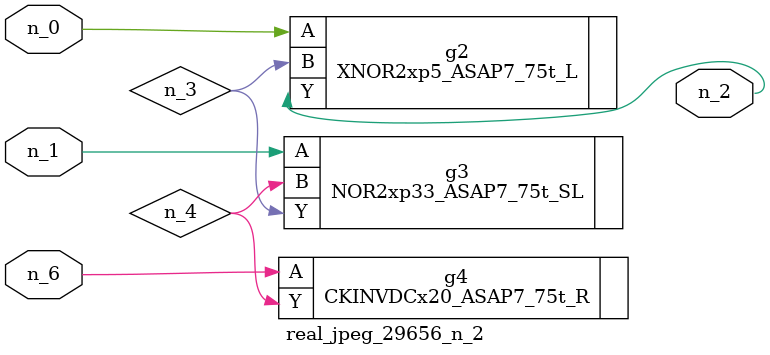
<source format=v>
module real_jpeg_29656_n_2 (n_6, n_1, n_0, n_2);

input n_6;
input n_1;
input n_0;

output n_2;

wire n_4;
wire n_3;

XNOR2xp5_ASAP7_75t_L g2 ( 
.A(n_0),
.B(n_3),
.Y(n_2)
);

NOR2xp33_ASAP7_75t_SL g3 ( 
.A(n_1),
.B(n_4),
.Y(n_3)
);

CKINVDCx20_ASAP7_75t_R g4 ( 
.A(n_6),
.Y(n_4)
);


endmodule
</source>
